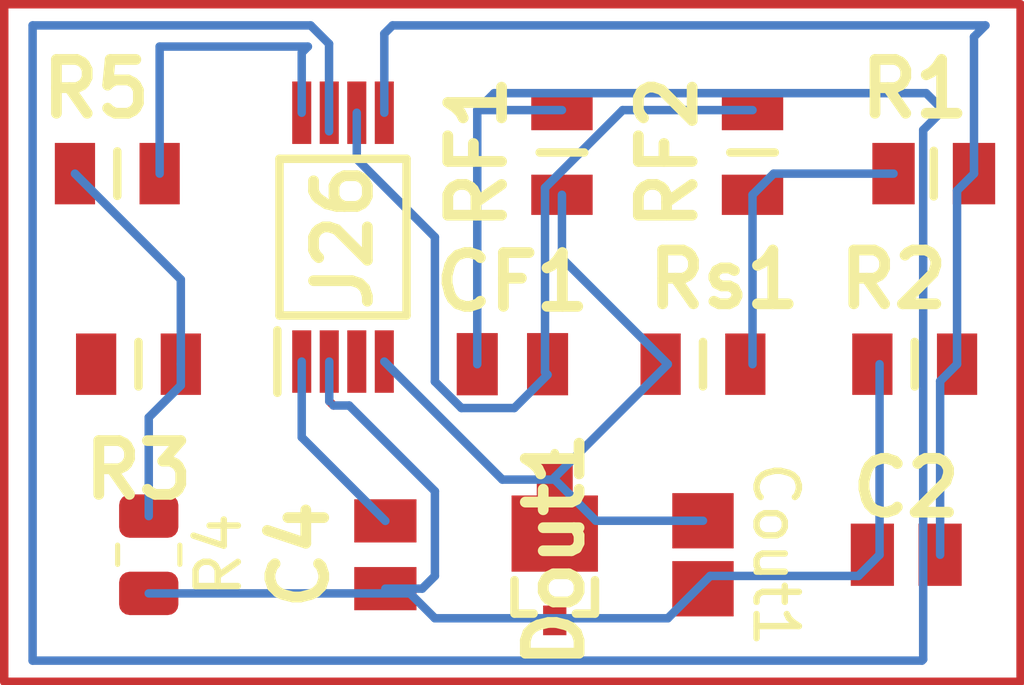
<source format=kicad_pcb>
(kicad_pcb (version 20240108) (generator "pcbnew") (generator_version "8.0")
  (layers (0 "F.Cu" signal) (31 "B.Cu" signal) (34 "B.Paste" user) (35 "F.Paste" user) (36 "B.SilkS" user "B.Silkscreen") (37 "F.SilkS" user "F.Silkscreen") (38 "B.Mask" user) (39 "F.Mask" user) (44 "Edge.Cuts" user))
  (net 0 "")
  (net 1 "Net-(Dout1-A)")
  (net 2 "Net-(J26-VCTRL)")
  (net 3 "Net-(J26-MPP-SET)")
  (net 4 "Net-(J26-ICTRL_MINUS)")
  (net 5 "Net-(J26-ICTRL_PLUS)")
  (net 6 "Net-(Dout1-K_1)")
  (net 7 "Net-(J26-XSHUT)")
  (net 9 "Net-(R1-Pad1)")
  (footprint "R1:RESC2013X65N" (layer "F.Cu") (at 141.78 83.5)
    (property "Reference" "R1" (at -0.45 -2 0) (layer "F.SilkS") (effects (font (size 1.27 1.27) (thickness 0.254))))
    (property "Value" "MCHV05WAJ0225T5E" (hide yes))
    (fp_line (start 0 -0.538) (end 0 0.538) (stroke (width 0.2)) (layer "F.SilkS"))
    (pad "1" smd rect (at -0.95 0) (size 1 1.45) (layers "F.Cu" "F.Paste" "F.Mask") (net 9 "Net-(R1-Pad1)"))
    (pad "2" smd rect (at 0.95 0) (size 1 1.45) (layers "F.Cu" "F.Paste" "F.Mask") (net 2 "Net-(J26-VCTRL)"))
  )
  (footprint "C2_C4_C8:CAPC2012X88N" (layer "F.Cu") (at 128.83 92.5 -90)
    (property "Reference" "C4" (at 0 2.03 90) (layer "F.SilkS") (effects (font (size 1.27 1.27) (thickness 0.254))))
    (property "Value" "C0805C102K5RAC" (hide yes))
    (pad "1" smd rect (at -0.8 0 270) (size 1.02 1.47) (layers "F.Cu" "F.Paste" "F.Mask") (net 3 "Net-(J26-MPP-SET)"))
    (pad "2" smd rect (at 0.8 0 270) (size 1.02 1.47) (layers "F.Cu" "F.Paste" "F.Mask") (net 1 "Net-(Dout1-A)"))
  )
  (footprint "R3_RF1_RF2_R6_R7_R8:RESC2012X50N" (layer "F.Cu") (at 133 83 -90)
    (property "Reference" "RF1" (at 0 2 90) (layer "F.SilkS") (effects (font (size 1.27 1.27) (thickness 0.254))))
    (property "Value" "CRCW08051K00FKEA" (hide yes))
    (fp_line (start 0 -0.525) (end 0 0.525) (stroke (width 0.2)) (layer "F.SilkS"))
    (pad "1" smd rect (at -1 0 270) (size 0.95 1.45) (layers "F.Cu" "F.Paste" "F.Mask") (net 5 "Net-(J26-ICTRL_PLUS)"))
    (pad "2" smd rect (at 1 0 270) (size 0.95 1.45) (layers "F.Cu" "F.Paste" "F.Mask") (net 6 "Net-(Dout1-K_1)"))
  )
  (footprint "R3_RF1_RF2_R6_R7_R8:RESC2012X50N" (layer "F.Cu") (at 137.5 83 -90)
    (property "Reference" "RF2" (at 0 2 90) (layer "F.SilkS") (effects (font (size 1.27 1.27) (thickness 0.254))))
    (property "Value" "CRCW08051K00FKEA" (hide yes))
    (fp_line (start 0 -0.525) (end 0 0.525) (stroke (width 0.2)) (layer "F.SilkS"))
    (pad "1" smd rect (at -1 0 270) (size 0.95 1.45) (layers "F.Cu" "F.Paste" "F.Mask") (net 4 "Net-(J26-ICTRL_MINUS)"))
    (pad "2" smd rect (at 1 0 270) (size 0.95 1.45) (layers "F.Cu" "F.Paste" "F.Mask") (net 9 "Net-(R1-Pad1)"))
  )
  (footprint "C2_C4_C8:CAPC2012X88N" (layer "F.Cu") (at 141.13 92.5)
    (property "Reference" "C2" (at 0 -1.58 0) (layer "F.SilkS") (effects (font (size 1.27 1.27) (thickness 0.254))))
    (property "Value" "C0805C102K5RAC" (hide yes))
    (pad "1" smd rect (at -0.8 0) (size 1.02 1.47) (layers "F.Cu" "F.Paste" "F.Mask") (net 1 "Net-(Dout1-A)"))
    (pad "2" smd rect (at 0.8 0) (size 1.02 1.47) (layers "F.Cu" "F.Paste" "F.Mask") (net 2 "Net-(J26-VCTRL)"))
  )
  (footprint "R3_RF1_RF2_R6_R7_R8:RESC2012X50N" (layer "F.Cu") (at 123 88 180)
    (property "Reference" "R3" (at 0 -2.5 0) (layer "F.SilkS") (effects (font (size 1.27 1.27) (thickness 0.254))))
    (property "Value" "CRCW08051K00FKEA" (hide yes))
    (fp_line (start 0 -0.525) (end 0 0.525) (stroke (width 0.2)) (layer "F.SilkS"))
    (pad "1" smd rect (at -1 0 180) (size 0.95 1.45) (layers "F.Cu" "F.Paste" "F.Mask") (net 3 "Net-(J26-MPP-SET)"))
    (pad "2" smd rect (at 1 0 180) (size 0.95 1.45) (layers "F.Cu" "F.Paste" "F.Mask"))
  )
  (footprint "SMM4F5:SMM4F15ATR" (layer "F.Cu") (at 132.83 92 90)
    (property "Reference" "Dout1" (at -0.375 0 90) (layer "F.SilkS") (effects (font (size 1.27 1.27) (thickness 0.254))))
    (property "Value" "SMM4F5.0A-TR" (hide yes))
    (fp_line (start -1.1 -0.95) (end -1.89 -0.95) (stroke (width 0.2)) (layer "F.SilkS"))
    (fp_line (start -1.89 -0.95) (end -1.89 -0.5) (stroke (width 0.2)) (layer "F.SilkS"))
    (fp_line (start 1.9 -0.05) (end 1.9 -0.05) (stroke (width 0.1)) (layer "F.SilkS"))
    (fp_line (start 1.9 0.05) (end 1.9 0.05) (stroke (width 0.1)) (layer "F.SilkS"))
    (fp_line (start -1.89 0.5) (end -1.89 0.95) (stroke (width 0.2)) (layer "F.SilkS"))
    (fp_line (start -1.89 0.95) (end -1.1 0.95) (stroke (width 0.2)) (layer "F.SilkS"))
    (fp_arc (start 1.9 -0.05) (mid 1.95 0) (end 1.9 0.05) (stroke (width 0.1)) (layer "F.SilkS"))
    (fp_arc (start 1.9 0.05) (mid 1.85 0) (end 1.9 -0.05) (stroke (width 0.1)) (layer "F.SilkS"))
    (pad "1" smd rect (at 1.275 0 90) (size 0.75 0.85) (layers "F.Cu" "F.Paste" "F.Mask") (net 6 "Net-(Dout1-K_1)"))
    (pad "2" smd rect (at -2.05 0 180) (size 0.55 0.7) (layers "F.Cu" "F.Paste" "F.Mask") (net 1 "Net-(Dout1-A)"))
    (pad "3" smd rect (at 0 0 90) (size 1.8 2.04) (layers "F.Cu" "F.Paste" "F.Mask") (net 6 "Net-(Dout1-K_1)"))
  )
  (footprint "Resistor_SMD:R_0805_2012Metric" (layer "F.Cu") (at 123.2425 92.5 -90)
    (property "Reference" "R4" (at 0 -1.65 90) (layer "F.SilkS"))
    (property "Value" "DNM")
    (fp_line (start -0.227064 0.735) (end 0.227064 0.735) (stroke (width 0.12)) (layer "F.SilkS"))
    (fp_line (start -0.227064 -0.735) (end 0.227064 -0.735) (stroke (width 0.12)) (layer "F.SilkS"))
    (pad "1" smd roundrect (at -0.9125 0 270) (size 1.025 1.4) (layers "F.Cu" "F.Paste" "F.Mask") (roundrect_rratio 0.243902) (net 3 "Net-(J26-MPP-SET)"))
    (pad "2" smd roundrect (at 0.9125 0 270) (size 1.025 1.4) (layers "F.Cu" "F.Paste" "F.Mask") (roundrect_rratio 0.243902) (net 1 "Net-(Dout1-A)"))
  )
  (footprint "R2:RESC2012X50N" (layer "F.Cu") (at 141.33 88 180)
    (property "Reference" "R2" (at 0.5 2 0) (layer "F.SilkS") (effects (font (size 1.27 1.27) (thickness 0.254))))
    (property "Value" "CRCW0805820KFKEA" (hide yes))
    (fp_line (start 0 -0.525) (end 0 0.525) (stroke (width 0.2)) (layer "F.SilkS"))
    (pad "1" smd rect (at -1 0 180) (size 0.95 1.45) (layers "F.Cu" "F.Paste" "F.Mask") (net 2 "Net-(J26-VCTRL)"))
    (pad "2" smd rect (at 1 0 180) (size 0.95 1.45) (layers "F.Cu" "F.Paste" "F.Mask") (net 1 "Net-(Dout1-A)"))
  )
  (footprint "R5_SW3_SW4_VRS:RESC2012X50N" (layer "F.Cu") (at 122.5 83.5)
    (property "Reference" "R5" (at -0.5 -2 0) (layer "F.SilkS") (effects (font (size 1.27 1.27) (thickness 0.254))))
    (property "Value" "CRCW08050000Z0EA" (hide yes))
    (fp_line (start 0 -0.525) (end 0 0.525) (stroke (width 0.2)) (layer "F.SilkS"))
    (pad "1" smd rect (at -1 0) (size 0.95 1.45) (layers "F.Cu" "F.Paste" "F.Mask") (net 3 "Net-(J26-MPP-SET)"))
    (pad "2" smd rect (at 1 0) (size 0.95 1.45) (layers "F.Cu" "F.Paste" "F.Mask") (net 7 "Net-(J26-XSHUT)"))
  )
  (footprint "R5_SW3_SW4_VRS:RESC2012X50N" (layer "F.Cu") (at 136.33 88)
    (property "Reference" "Rs1" (at 0.5 -2 0) (layer "F.SilkS") (effects (font (size 1.27 1.27) (thickness 0.254))))
    (property "Value" "CRCW08050000Z0EA" (hide yes))
    (fp_line (start 0 -0.525) (end 0 0.525) (stroke (width 0.2)) (layer "F.SilkS"))
    (pad "1" smd rect (at -1 0) (size 0.95 1.45) (layers "F.Cu" "F.Paste" "F.Mask") (net 6 "Net-(Dout1-K_1)"))
    (pad "2" smd rect (at 1 0) (size 0.95 1.45) (layers "F.Cu" "F.Paste" "F.Mask") (net 9 "Net-(R1-Pad1)"))
  )
  (footprint "SPV1040:SOP65P640X120-8N" (layer "F.Cu") (at 127.83 85 90)
    (property "Reference" "J26" (at 0 0 90) (layer "F.SilkS") (effects (font (size 1.27 1.27) (thickness 0.254))))
    (property "Value" "SPV1040T" (hide yes))
    (fp_line (start -3.675 -1.55) (end -2.2 -1.55) (stroke (width 0.2)) (layer "F.SilkS"))
    (fp_line (start 1.85 -1.5) (end 1.85 1.5) (stroke (width 0.2)) (layer "F.SilkS"))
    (fp_line (start -1.85 -1.5) (end 1.85 -1.5) (stroke (width 0.2)) (layer "F.SilkS"))
    (fp_line (start 1.85 1.5) (end -1.85 1.5) (stroke (width 0.2)) (layer "F.SilkS"))
    (fp_line (start -1.85 1.5) (end -1.85 -1.5) (stroke (width 0.2)) (layer "F.SilkS"))
    (pad "1" smd rect (at -2.938 -0.975 180) (size 0.45 1.475) (layers "F.Cu" "F.Paste" "F.Mask") (net 3 "Net-(J26-MPP-SET)"))
    (pad "2" smd rect (at -2.938 -0.325 180) (size 0.45 1.475) (layers "F.Cu" "F.Paste" "F.Mask") (net 1 "Net-(Dout1-A)"))
    (pad "3" smd rect (at -2.938 0.325 180) (size 0.45 1.475) (layers "F.Cu" "F.Paste" "F.Mask"))
    (pad "4" smd rect (at -2.938 0.975 180) (size 0.45 1.475) (layers "F.Cu" "F.Paste" "F.Mask") (net 6 "Net-(Dout1-K_1)"))
    (pad "5" smd rect (at 2.938 0.975 180) (size 0.45 1.475) (layers "F.Cu" "F.Paste" "F.Mask") (net 2 "Net-(J26-VCTRL)"))
    (pad "6" smd rect (at 2.938 0.325 180) (size 0.45 1.475) (layers "F.Cu" "F.Paste" "F.Mask") (net 4 "Net-(J26-ICTRL_MINUS)"))
    (pad "7" smd rect (at 2.938 -0.325 180) (size 0.45 1.475) (layers "F.Cu" "F.Paste" "F.Mask") (net 5 "Net-(J26-ICTRL_PLUS)"))
    (pad "8" smd rect (at 2.938 -0.975 180) (size 0.45 1.475) (layers "F.Cu" "F.Paste" "F.Mask") (net 7 "Net-(J26-XSHUT)"))
  )
  (footprint "Cout1:CAPC220145_140N_KEM" (layer "F.Cu") (at 136.33 92.5 -90)
    (property "Reference" "Cout1" (at -0.005798 -1.720199 -90) (layer "F.SilkS"))
    (property "Value" "Cout1")
    (pad "1" smd rect (at -0.802799 0 270) (size 1.305598 1.449997) (layers "F.Cu" "F.Paste" "F.Mask") (net 6 "Net-(Dout1-K_1)"))
    (pad "2" smd rect (at 0.802799 0 270) (size 1.305598 1.449997) (layers "F.Cu" "F.Paste" "F.Mask") (net 1 "Net-(Dout1-A)"))
  )
  (footprint "CF1:CAPC2012X145N" (layer "F.Cu") (at 131.83 88)
    (property "Reference" "CF1" (at 0 -1.94 0) (layer "F.SilkS") (effects (font (size 1.27 1.27) (thickness 0.254))))
    (property "Value" "GRM21BR71C105KA01L" (hide yes))
    (pad "1" smd rect (at -0.83 0) (size 0.97 1.47) (layers "F.Cu" "F.Paste" "F.Mask") (net 5 "Net-(J26-ICTRL_PLUS)"))
    (pad "2" smd rect (at 0.83 0) (size 0.97 1.47) (layers "F.Cu" "F.Paste" "F.Mask") (net 4 "Net-(J26-ICTRL_MINUS)"))
  )
  (gr_rect (start 119.83 79.5) (end 143.83 95.5) (stroke (width 0.2)) (fill none) (layer "F.Cu"))
  (segment (start 127.505 88.8755) (end 127.605 88.9755) (width 0.2) (layer "F.Cu") (net 1))
  (segment (start 133 94) (end 135.5 94) (width 0.2) (layer "B.Cu") (net 1))
  (segment (start 127.605 88.9755) (end 127.9755 88.9755) (width 0.2) (layer "B.Cu") (net 1))
  (segment (start 130 94) (end 133 94) (width 0.2) (layer "B.Cu") (net 1))
  (segment (start 135.5 94) (end 136.5 93) (width 0.2) (layer "B.Cu") (net 1))
  (segment (start 123.2425 93.4125) (end 129.4125 93.4125) (width 0.2) (layer "B.Cu") (net 1))
  (segment (start 129.7 93.3) (end 128.83 93.3) (width 0.2) (layer "B.Cu") (net 1))
  (segment (start 130 91) (end 130 93) (width 0.2) (layer "B.Cu") (net 1))
  (segment (start 129.4125 93.4125) (end 130 94) (width 0.2) (layer "B.Cu") (net 1))
  (segment (start 127.9755 88.9755) (end 130 91) (width 0.2) (layer "B.Cu") (net 1))
  (segment (start 140 93) (end 140.5 92.5) (width 0.2) (layer "B.Cu") (net 1))
  (segment (start 127.505 87.938) (end 127.505 88.8755) (width 0.2) (layer "B.Cu") (net 1))
  (segment (start 130 93) (end 129.7 93.3) (width 0.2) (layer "B.Cu") (net 1))
  (segment (start 136.5 93) (end 140 93) (width 0.2) (layer "B.Cu") (net 1))
  (segment (start 140.5 92.5) (end 140.5 88) (width 0.2) (layer "B.Cu") (net 1))
  (segment (start 128.805 82.062) (end 128.805 80.195) (width 0.2) (layer "B.Cu") (net 2))
  (segment (start 141.93 88.4) (end 142.33 88) (width 0.2) (layer "B.Cu") (net 2))
  (segment (start 128.805 80.195) (end 129 80) (width 0.2) (layer "B.Cu") (net 2))
  (segment (start 141.93 92.5) (end 141.93 88.4) (width 0.2) (layer "B.Cu") (net 2))
  (segment (start 143 80) (end 142.73 80.27) (width 0.2) (layer "B.Cu") (net 2))
  (segment (start 142.73 80.27) (end 142.73 83.5) (width 0.2) (layer "B.Cu") (net 2))
  (segment (start 129 80) (end 143 80) (width 0.2) (layer "B.Cu") (net 2))
  (segment (start 142.33 88) (end 142.33 83.9) (width 0.2) (layer "B.Cu") (net 2))
  (segment (start 142.33 83.9) (end 142.73 83.5) (width 0.2) (layer "B.Cu") (net 2))
  (segment (start 124 88.5) (end 123.2425 89.2575) (width 0.2) (layer "B.Cu") (net 3))
  (segment (start 128.83 91.7) (end 126.855 89.725) (width 0.2) (layer "B.Cu") (net 3))
  (segment (start 124 88) (end 124 88.5) (width 0.2) (layer "B.Cu") (net 3))
  (segment (start 124 88) (end 124 86) (width 0.2) (layer "B.Cu") (net 3))
  (segment (start 123.2425 89.2575) (end 123.2425 91.5875) (width 0.2) (layer "B.Cu") (net 3))
  (segment (start 126.855 89.725) (end 126.855 87.938) (width 0.2) (layer "B.Cu") (net 3))
  (segment (start 124 86) (end 121.5 83.5) (width 0.2) (layer "B.Cu") (net 3))
  (segment (start 132.66 88) (end 132.66 88.25) (width 0.2) (layer "F.Cu") (net 4))
  (segment (start 132.66 88.25) (end 131.875 89.035) (width 0.2) (layer "B.Cu") (net 4))
  (segment (start 134.434315 82) (end 132.6 83.834315) (width 0.2) (layer "B.Cu") (net 4))
  (segment (start 128.155 83.155) (end 128.155 82.062) (width 0.2) (layer "B.Cu") (net 4))
  (segment (start 130.625 89.035) (end 130 88.41) (width 0.2) (layer "B.Cu") (net 4))
  (segment (start 132.6 83.834315) (end 132.6 88.19) (width 0.2) (layer "B.Cu") (net 4))
  (segment (start 137.5 82) (end 134.434315 82) (width 0.2) (layer "B.Cu") (net 4))
  (segment (start 130 88.41) (end 130 85) (width 0.2) (layer "B.Cu") (net 4))
  (segment (start 131.875 89.035) (end 130.625 89.035) (width 0.2) (layer "B.Cu") (net 4))
  (segment (start 132.6 88.19) (end 132.66 88.25) (width 0.2) (layer "B.Cu") (net 4))
  (segment (start 130 85) (end 128.155 83.155) (width 0.2) (layer "B.Cu") (net 4))
  (segment (start 127.5 80.434315) (end 127.5 82.5) (width 0.2) (layer "B.Cu") (net 5))
  (segment (start 142 82) (end 141.53 82.47) (width 0.2) (layer "B.Cu") (net 5))
  (segment (start 120.5 80) (end 127.065685 80) (width 0.2) (layer "B.Cu") (net 5))
  (segment (start 131.4 81.6) (end 141.6 81.6) (width 0.2) (layer "B.Cu") (net 5))
  (segment (start 141.6 81.6) (end 142 82) (width 0.2) (layer "B.Cu") (net 5))
  (segment (start 131 82) (end 131 88) (width 0.2) (layer "B.Cu") (net 5))
  (segment (start 141.53 82.47) (end 141.53 94.97) (width 0.2) (layer "B.Cu") (net 5))
  (segment (start 141.5 95) (end 120.5 95) (width 0.2) (layer "B.Cu") (net 5))
  (segment (start 141.53 94.97) (end 141.5 95) (width 0.2) (layer "B.Cu") (net 5))
  (segment (start 127.065685 80) (end 127.5 80.434315) (width 0.2) (layer "B.Cu") (net 5))
  (segment (start 131 82) (end 131.4 81.6) (width 0.2) (layer "B.Cu") (net 5))
  (segment (start 133 82) (end 131 82) (width 0.2) (layer "B.Cu") (net 5))
  (segment (start 120.5 95) (end 120.5 80) (width 0.2) (layer "B.Cu") (net 5))
  (segment (start 136.33 91.697201) (end 133.802201 91.697201) (width 0.2) (layer "B.Cu") (net 6))
  (segment (start 132.83 90.67) (end 135.5 88) (width 0.2) (layer "B.Cu") (net 6))
  (segment (start 133 85.5) (end 133 84) (width 0.2) (layer "B.Cu") (net 6))
  (segment (start 133.802201 91.697201) (end 132.83 90.725) (width 0.2) (layer "B.Cu") (net 6))
  (segment (start 132.83 90.725) (end 132.83 90.67) (width 0.2) (layer "B.Cu") (net 6))
  (segment (start 135.5 88) (end 133 85.5) (width 0.2) (layer "B.Cu") (net 6))
  (segment (start 131.592 90.725) (end 128.805 87.938) (width 0.2) (layer "B.Cu") (net 6))
  (segment (start 132.83 90.725) (end 131.592 90.725) (width 0.2) (layer "B.Cu") (net 6))
  (segment (start 127 80.5) (end 126.855 80.645) (width 0.2) (layer "B.Cu") (net 7))
  (segment (start 123.5 80.5) (end 127 80.5) (width 0.2) (layer "B.Cu") (net 7))
  (segment (start 123.5 83.5) (end 123.5 80.5) (width 0.2) (layer "B.Cu") (net 7))
  (segment (start 126.855 80.645) (end 126.855 82.062) (width 0.2) (layer "B.Cu") (net 7))
  (segment (start 140.83 83.5) (end 138 83.5) (width 0.2) (layer "B.Cu") (net 9))
  (segment (start 137.5 84) (end 137.5 88) (width 0.2) (layer "B.Cu") (net 9))
  (segment (start 138 83.5) (end 137.5 84) (width 0.2) (layer "B.Cu") (net 9))
)
</source>
